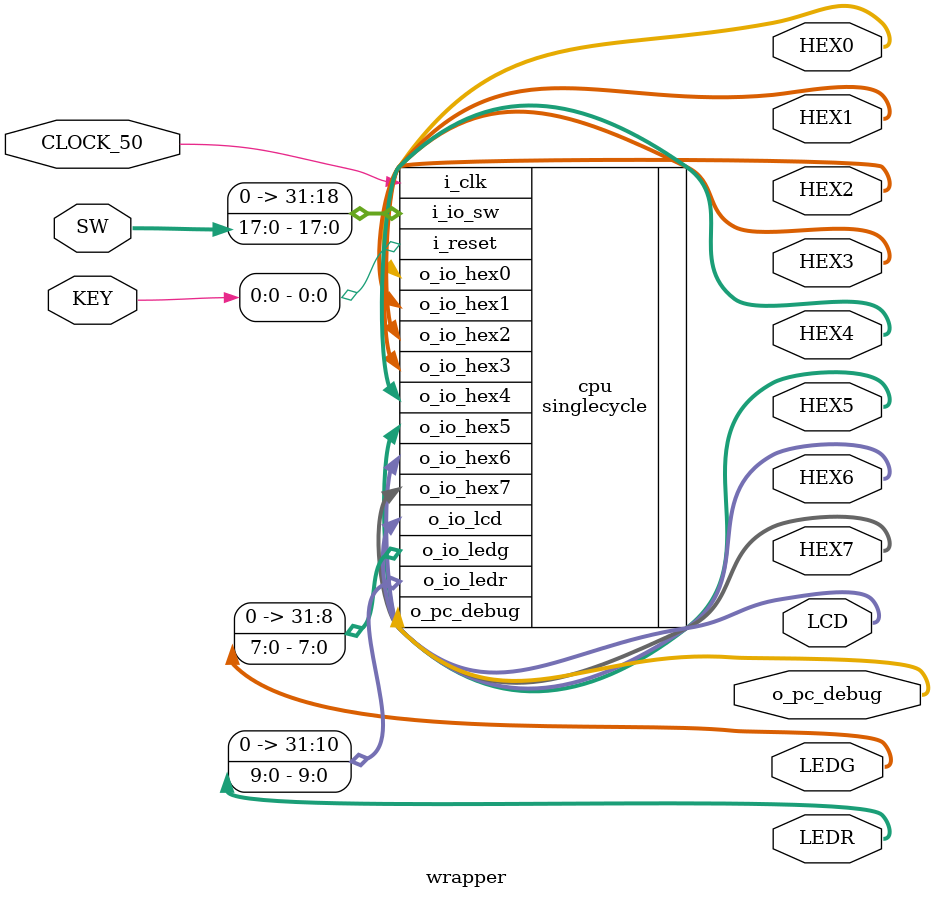
<source format=sv>
module wrapper (
    input logic CLOCK_50,
    input logic [2:0] KEY,
    input logic [17:0] SW,  // Switches trên board DE2

    output logic [31:0] LCD,   // LCD 32-bit
    output logic [7:0] LEDG,   // LED xanh
    output logic [9:0] LEDR,   // LED đỏ

    output logic [6:0] HEX0,
    output logic [6:0] HEX1,
    output logic [6:0] HEX2,
    output logic [6:0] HEX3,
    output logic [6:0] HEX4,
    output logic [6:0] HEX5,
    output logic [6:0] HEX6,
    output logic [6:0] HEX7,

    output logic [31:0] o_pc_debug  // Debug: địa chỉ PC hiện tại
);


    singlecycle cpu (
        .i_clk(CLOCK_50),
        .i_reset(KEY[0]),
        .o_pc_debug(o_pc_debug),
			.i_io_sw({14'b0, SW}),  // mở rộng lên 32-bit nếu cần
        .o_io_lcd(LCD),
        .o_io_ledg({24'b0, LEDG}),  // mở rộng LEDG thành 32-bit
        .o_io_ledr({22'b0, LEDR}),  // mở rộng LEDR thành 32-bit
        .o_io_hex0 (HEX0),
		  .o_io_hex1 (HEX1),
		  .o_io_hex2 (HEX2),
		  .o_io_hex3 (HEX3),
		  .o_io_hex4 (HEX4),
		  .o_io_hex5 (HEX5),
		  .o_io_hex6 (HEX6),
		  .o_io_hex7 (HEX7)
    );

endmodule

</source>
